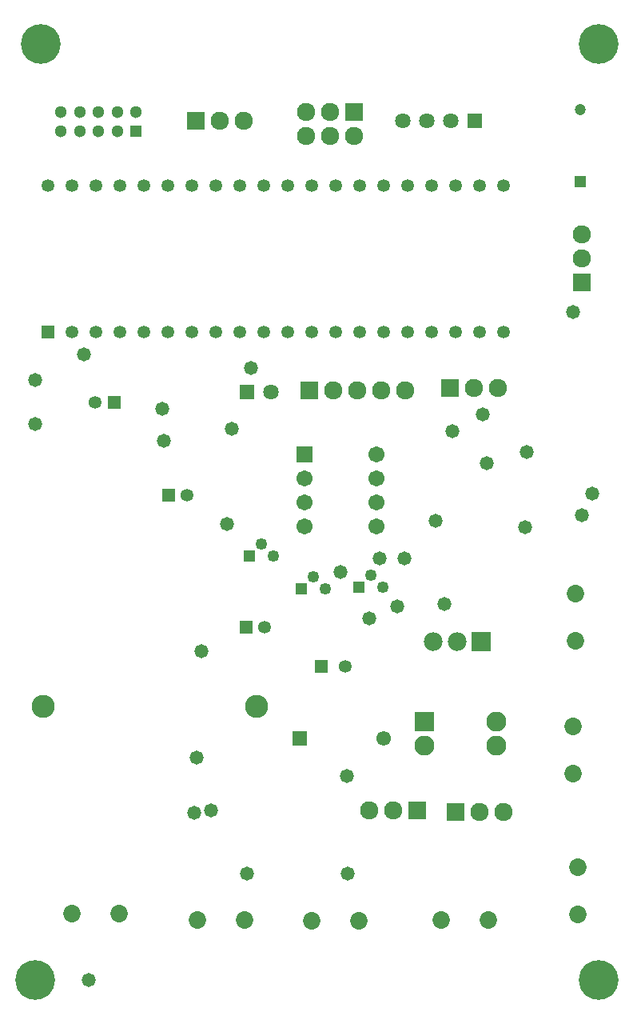
<source format=gbr>
G04*
G04 #@! TF.GenerationSoftware,Altium Limited,Altium Designer,24.4.1 (13)*
G04*
G04 Layer_Color=16711935*
%FSLAX25Y25*%
%MOIN*%
G70*
G04*
G04 #@! TF.SameCoordinates,39C6BCEE-BF29-4FBA-B2CC-8500FC1695F3*
G04*
G04*
G04 #@! TF.FilePolarity,Negative*
G04*
G01*
G75*
%ADD24C,0.07296*%
%ADD25R,0.04934X0.04934*%
%ADD26C,0.04934*%
%ADD27C,0.05800*%
%ADD28C,0.07591*%
%ADD29R,0.07591X0.07591*%
%ADD30C,0.05328*%
%ADD31R,0.05328X0.05328*%
%ADD32C,0.09658*%
%ADD33C,0.06102*%
%ADD34R,0.06102X0.06102*%
%ADD35C,0.07835*%
%ADD36R,0.07835X0.07835*%
%ADD37C,0.08300*%
%ADD38R,0.08300X0.08300*%
%ADD39R,0.06706X0.06706*%
%ADD40C,0.06706*%
%ADD41R,0.05118X0.05118*%
%ADD42C,0.05118*%
%ADD43R,0.07591X0.07591*%
%ADD44R,0.05315X0.05315*%
%ADD45C,0.05315*%
%ADD46R,0.06410X0.06410*%
%ADD47C,0.06410*%
%ADD48R,0.06410X0.06410*%
%ADD49R,0.04724X0.04724*%
%ADD50C,0.04724*%
%ADD51C,0.16548*%
D24*
X335315Y140000D02*
D03*
X355000D02*
D03*
X402685Y139500D02*
D03*
X383000D02*
D03*
X456500Y140000D02*
D03*
X436815D02*
D03*
X302500Y142500D02*
D03*
X282815D02*
D03*
X494000Y162000D02*
D03*
Y142315D02*
D03*
X492000Y201000D02*
D03*
Y220685D02*
D03*
X493000Y256315D02*
D03*
Y276000D02*
D03*
D25*
X378500Y278000D02*
D03*
X357000Y291500D02*
D03*
X402500Y278500D02*
D03*
D26*
X383500Y283000D02*
D03*
X388500Y278000D02*
D03*
X362000Y296500D02*
D03*
X367000Y291500D02*
D03*
X412500Y278500D02*
D03*
X407500Y283500D02*
D03*
D27*
X495500Y308500D02*
D03*
X349500Y344500D02*
D03*
X267500Y346500D02*
D03*
Y365000D02*
D03*
X438220Y271680D02*
D03*
X397500Y200000D02*
D03*
X336793Y251793D02*
D03*
X335000Y207500D02*
D03*
X472500Y335000D02*
D03*
X357500Y370000D02*
D03*
X347500Y305000D02*
D03*
X407094Y265406D02*
D03*
X395000Y285000D02*
D03*
X418723Y270634D02*
D03*
X290000Y115000D02*
D03*
X500000Y317500D02*
D03*
X471800Y303400D02*
D03*
X397846Y159100D02*
D03*
X356000D02*
D03*
X456100Y330100D02*
D03*
X341000Y185500D02*
D03*
X334000Y184500D02*
D03*
X454252Y350600D02*
D03*
X321300Y339500D02*
D03*
X288000Y375700D02*
D03*
X411300Y290600D02*
D03*
X421700D02*
D03*
X441500Y343700D02*
D03*
X434600Y306100D02*
D03*
X320700Y352900D02*
D03*
X491800Y393100D02*
D03*
D28*
X407000Y185500D02*
D03*
X417000D02*
D03*
X463000Y185000D02*
D03*
X453000D02*
D03*
X495500Y425500D02*
D03*
Y415500D02*
D03*
X422000Y360500D02*
D03*
X412000D02*
D03*
X402000D02*
D03*
X392000D02*
D03*
X460500Y361500D02*
D03*
X450500D02*
D03*
X354500Y473000D02*
D03*
X344500D02*
D03*
X380500Y466500D02*
D03*
Y476500D02*
D03*
X390500Y466500D02*
D03*
Y476500D02*
D03*
X400500Y466500D02*
D03*
D29*
X427000Y185500D02*
D03*
X443000Y185000D02*
D03*
X382000Y360500D02*
D03*
X440500Y361500D02*
D03*
X334500Y473000D02*
D03*
X400500Y476500D02*
D03*
D30*
X363374Y262000D02*
D03*
X396843Y245500D02*
D03*
X331000Y317000D02*
D03*
X292626Y355500D02*
D03*
D31*
X355500Y262000D02*
D03*
X387000Y245500D02*
D03*
X323126Y317000D02*
D03*
X300500Y355500D02*
D03*
D32*
X271000Y229000D02*
D03*
X359976D02*
D03*
D33*
X412980Y215500D02*
D03*
D34*
X378020D02*
D03*
D35*
X433500Y256000D02*
D03*
X443500D02*
D03*
D36*
X453500D02*
D03*
D37*
X460000Y222500D02*
D03*
Y212500D02*
D03*
X430000D02*
D03*
D38*
Y222500D02*
D03*
D39*
X380000Y334000D02*
D03*
D40*
Y324000D02*
D03*
Y314000D02*
D03*
Y304000D02*
D03*
X410000Y334000D02*
D03*
Y324000D02*
D03*
Y314000D02*
D03*
Y304000D02*
D03*
D41*
X309748Y468626D02*
D03*
D42*
X301874D02*
D03*
X294000D02*
D03*
X286126D02*
D03*
X278252D02*
D03*
X309748Y476500D02*
D03*
X301874D02*
D03*
X294000D02*
D03*
X286126D02*
D03*
X278252D02*
D03*
D43*
X495500Y405500D02*
D03*
D44*
X273000Y385000D02*
D03*
D45*
X283000D02*
D03*
X293000D02*
D03*
X303000D02*
D03*
X313000D02*
D03*
X323000D02*
D03*
X333000D02*
D03*
X343000D02*
D03*
X353000D02*
D03*
X363000D02*
D03*
X373000D02*
D03*
X383000D02*
D03*
X393000D02*
D03*
X403000D02*
D03*
X413000D02*
D03*
X423000D02*
D03*
X433000D02*
D03*
X443000D02*
D03*
X453000D02*
D03*
X463000D02*
D03*
Y445750D02*
D03*
X453000D02*
D03*
X443000D02*
D03*
X433000D02*
D03*
X423000D02*
D03*
X413000D02*
D03*
X403000D02*
D03*
X393000D02*
D03*
X383000D02*
D03*
X373000D02*
D03*
X363000D02*
D03*
X353000D02*
D03*
X343000D02*
D03*
X333000D02*
D03*
X323000D02*
D03*
X313000D02*
D03*
X303000D02*
D03*
X293000D02*
D03*
X283000D02*
D03*
X273000D02*
D03*
D46*
X356000Y360000D02*
D03*
D47*
X366000D02*
D03*
X421000Y473000D02*
D03*
X431000D02*
D03*
X441000D02*
D03*
D48*
X451000D02*
D03*
D49*
X495000Y447488D02*
D03*
D50*
Y477512D02*
D03*
D51*
X502500Y115000D02*
D03*
X267500D02*
D03*
X502500Y505000D02*
D03*
X270000D02*
D03*
M02*

</source>
